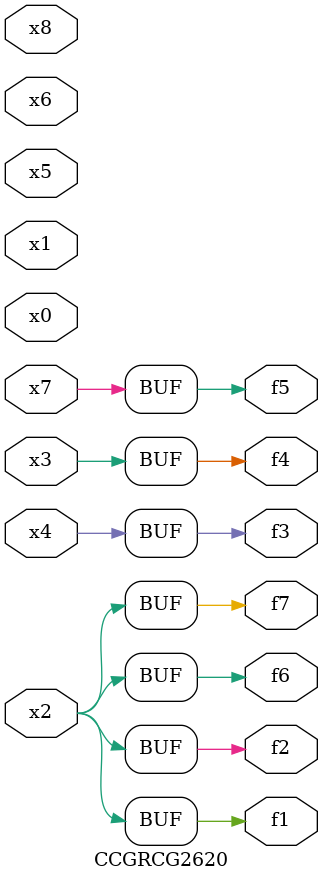
<source format=v>
module CCGRCG2620(
	input x0, x1, x2, x3, x4, x5, x6, x7, x8,
	output f1, f2, f3, f4, f5, f6, f7
);
	assign f1 = x2;
	assign f2 = x2;
	assign f3 = x4;
	assign f4 = x3;
	assign f5 = x7;
	assign f6 = x2;
	assign f7 = x2;
endmodule

</source>
